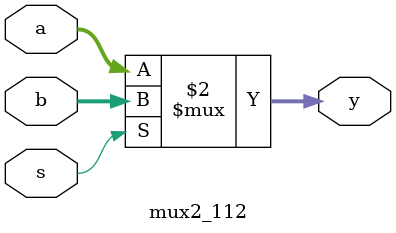
<source format=v>
module mux2_112 #(parameter WITDH = 8) (a, b, s, y);

input s;
input [WITDH - 1:0] a, b;
output [WITDH - 1:0] y;

assign y = (s == 0) ? a : b;

endmodule
</source>
